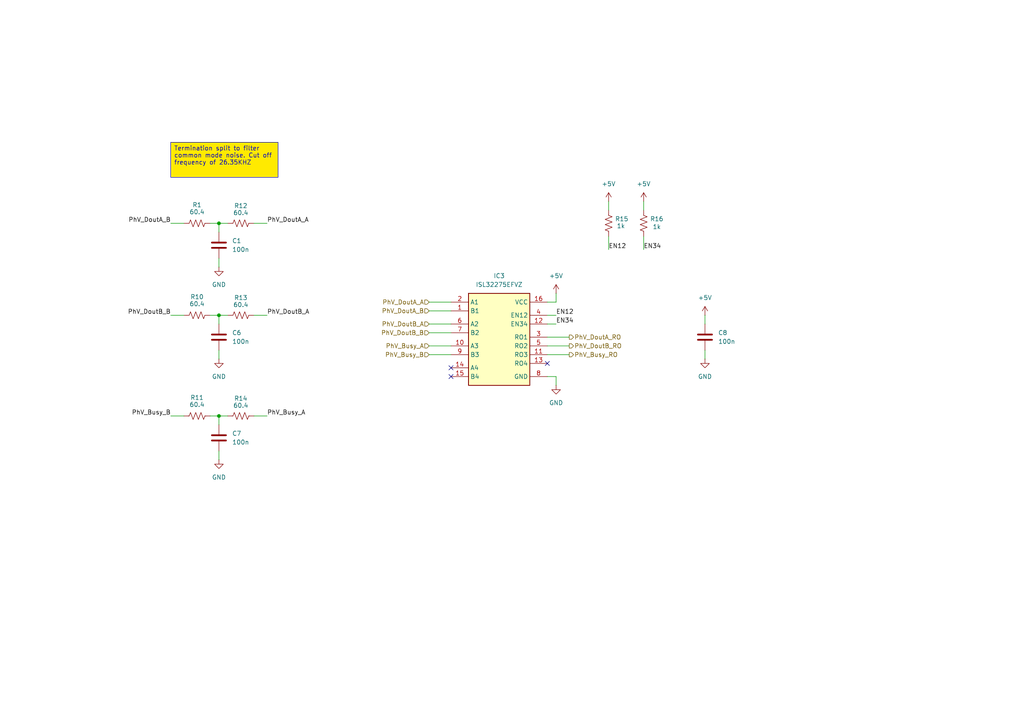
<source format=kicad_sch>
(kicad_sch (version 20250114) (generator "eeschema") (generator_version "9.0")
  (paper "A4")
  (title_block (title "Phase U RS-485 receiver interface ") (date "2025-11-22") (rev "Israel Sother") (company "FST Lisboa ") (comment 1 "Miguel Velo") (comment 2 "RS-485 receiver interface for FST Lisboa inverter FPGA"))
  (lib_symbols
    (symbol "Device:C" (pin_numbers (hide yes)) (pin_names (offset 0.254))
      (property "Reference" "C" (at 0.635 2.54 0))
      (property "Value" "C" (at 0.635 -2.54 0))
      (symbol "C_0_1"
        (polyline (pts (xy -2.032 0.762) (xy 2.032 0.762)) (stroke (width 0.508)))
        (polyline (pts (xy -2.032 -0.762) (xy 2.032 -0.762)) (stroke (width 0.508)))
      )
      (symbol "C_1_1"
        (pin passive line (at 0 3.81 270) (length 2.794) (name "~") (number "1"))
        (pin passive line (at 0 -3.81 90) (length 2.794) (name "~") (number "2"))
      )
    )
    (symbol "Device:R_US" (pin_numbers (hide yes)) (pin_names (offset 0))
      (property "Reference" "R" (at 2.54 0 90))
      (property "Value" "R_US" (at -2.54 0 90))
      (symbol "R_US_0_1"
        (polyline (pts (xy 0 2.286) (xy 0 2.54)))
        (polyline (pts (xy 0 2.286) (xy 1.016 1.905) (xy 0 1.524) (xy -1.016 1.143) (xy 0 0.762)))
        (polyline (pts (xy 0 0.762) (xy 1.016 0.381) (xy 0 0) (xy -1.016 -0.381) (xy 0 -0.762)))
        (polyline (pts (xy 0 -0.762) (xy 1.016 -1.143) (xy 0 -1.524) (xy -1.016 -1.905) (xy 0 -2.286)))
        (polyline (pts (xy 0 -2.286) (xy 0 -2.54)))
      )
      (symbol "R_US_1_1"
        (pin passive line (at 0 3.81 270) (length 1.27) (name "~") (number "1"))
        (pin passive line (at 0 -3.81 90) (length 1.27) (name "~") (number "2"))
      )
    )
    (symbol "Samacsys:ISL32275EFVZ"
      (property "Reference" "IC1" (at 13.97 11.43 0))
      (property "Value" "ISL32275EFVZ" (at 13.97 8.89 0))
      (symbol "ISL32275EFVZ_1_1"
        (rectangle (start 5.08 6.35) (end 22.86 -20.32) (stroke (width 0.254)) (fill (type background)))
        (pin passive line (at 0 3.81 0) (length 5.08) (name "A1") (number "2"))
        (pin passive line (at 0 1.27 0) (length 5.08) (name "B1") (number "1"))
        (pin passive line (at 0 -2.54 0) (length 5.08) (name "A2") (number "6"))
        (pin passive line (at 0 -5.08 0) (length 5.08) (name "B2") (number "7"))
        (pin passive line (at 0 -8.89 0) (length 5.08) (name "A3") (number "10"))
        (pin passive line (at 0 -11.43 0) (length 5.08) (name "B3") (number "9"))
        (pin passive line (at 0 -15.24 0) (length 5.08) (name "A4") (number "14"))
        (pin passive line (at 0 -17.78 0) (length 5.08) (name "B4") (number "15"))
        (pin passive line (at 27.94 3.81 180) (length 5.08) (name "VCC") (number "16"))
        (pin passive line (at 27.94 0 180) (length 5.08) (name "EN12") (number "4"))
        (pin passive line (at 27.94 -2.54 180) (length 5.08) (name "EN34") (number "12"))
        (pin passive line (at 27.94 -6.35 180) (length 5.08) (name "RO1") (number "3"))
        (pin passive line (at 27.94 -8.89 180) (length 5.08) (name "RO2") (number "5"))
        (pin passive line (at 27.94 -11.43 180) (length 5.08) (name "RO3") (number "11"))
        (pin passive line (at 27.94 -13.97 180) (length 5.08) (name "RO4") (number "13"))
        (pin passive line (at 27.94 -17.78 180) (length 5.08) (name "GND") (number "8"))
      )
    )
    (symbol "power:+5V" (power) (pin_numbers (hide yes)) (pin_names (offset 0) (hide yes))
      (property "Value" "+5V" (at 0 3.556 0))
      (symbol "+5V_0_1"
        (polyline (pts (xy -0.762 1.27) (xy 0 2.54)))
        (polyline (pts (xy 0 2.54) (xy 0.762 1.27)))
        (polyline (pts (xy 0 0) (xy 0 2.54)))
      )
      (symbol "+5V_1_1"
        (pin power_in line (at 0 0 90) (length 0) (name "~") (number "1"))
      )
    )
    (symbol "power:GND" (power) (pin_numbers (hide yes)) (pin_names (offset 0) (hide yes))
      (property "Value" "GND" (at 0 -3.81 0))
      (symbol "GND_0_1"
        (polyline (pts (xy 0 0) (xy 0 -1.27) (xy 1.27 -1.27) (xy 0 -2.54) (xy -1.27 -1.27) (xy 0 -1.27)))
      )
      (symbol "GND_1_1"
        (pin power_in line (at 0 0 270) (length 0) (name "~") (number "1"))
      )
    )
  )
  (text_box "Termination split to filter common mode noise. Cut off frequency of 26.35KHZ" (at 49.53 41.275 0) (size 31.115 10.16) (margins 0.9525 0.9525 0.9525 0.9525) (fill (type color) (color 255 234 0 1)) (effects (font (size 1.27 1.27)) (justify left top)))
  (junction (at 63.5 91.44))
  (junction (at 63.5 120.65))
  (junction (at 63.5 64.77))
  (no_connect (at 130.81 109.22))
  (no_connect (at 158.75 105.41))
  (no_connect (at 130.81 106.68))
  (wire (pts (xy 124.46 90.17) (xy 130.81 90.17)))
  (wire (pts (xy 63.5 91.44) (xy 66.04 91.44)))
  (wire (pts (xy 204.47 101.6) (xy 204.47 104.14)))
  (wire (pts (xy 63.5 120.65) (xy 63.5 123.19)))
  (wire (pts (xy 161.29 85.09) (xy 161.29 87.63)))
  (wire (pts (xy 63.5 64.77) (xy 63.5 67.31)))
  (wire (pts (xy 63.5 130.81) (xy 63.5 133.35)))
  (wire (pts (xy 49.53 64.77) (xy 53.34 64.77)))
  (wire (pts (xy 161.29 109.22) (xy 161.29 111.76)))
  (wire (pts (xy 73.66 91.44) (xy 77.47 91.44)))
  (wire (pts (xy 158.75 93.98) (xy 161.29 93.98)))
  (wire (pts (xy 158.75 102.87) (xy 165.1 102.87)))
  (wire (pts (xy 73.66 120.65) (xy 77.47 120.65)))
  (wire (pts (xy 124.46 87.63) (xy 130.81 87.63)))
  (wire (pts (xy 60.96 120.65) (xy 63.5 120.65)))
  (wire (pts (xy 161.29 87.63) (xy 158.75 87.63)))
  (wire (pts (xy 124.46 93.98) (xy 130.81 93.98)))
  (wire (pts (xy 176.53 58.42) (xy 176.53 60.96)))
  (wire (pts (xy 124.46 96.52) (xy 130.81 96.52)))
  (wire (pts (xy 63.5 91.44) (xy 63.5 93.98)))
  (wire (pts (xy 176.53 68.58) (xy 176.53 72.39)))
  (wire (pts (xy 49.53 120.65) (xy 53.34 120.65)))
  (wire (pts (xy 158.75 97.79) (xy 165.1 97.79)))
  (wire (pts (xy 158.75 91.44) (xy 161.29 91.44)))
  (wire (pts (xy 63.5 120.65) (xy 66.04 120.65)))
  (wire (pts (xy 186.69 68.58) (xy 186.69 72.39)))
  (wire (pts (xy 73.66 64.77) (xy 77.47 64.77)))
  (wire (pts (xy 63.5 64.77) (xy 66.04 64.77)))
  (wire (pts (xy 63.5 101.6) (xy 63.5 104.14)))
  (wire (pts (xy 63.5 74.93) (xy 63.5 77.47)))
  (wire (pts (xy 49.53 91.44) (xy 53.34 91.44)))
  (wire (pts (xy 161.29 109.22) (xy 158.75 109.22)))
  (wire (pts (xy 124.46 100.33) (xy 130.81 100.33)))
  (wire (pts (xy 158.75 100.33) (xy 165.1 100.33)))
  (wire (pts (xy 60.96 91.44) (xy 63.5 91.44)))
  (wire (pts (xy 204.47 91.44) (xy 204.47 93.98)))
  (wire (pts (xy 60.96 64.77) (xy 63.5 64.77)))
  (wire (pts (xy 186.69 58.42) (xy 186.69 60.96)))
  (wire (pts (xy 124.46 102.87) (xy 130.81 102.87)))
  (label "PhV_DoutB_A" (at 77.47 91.44 0))
  (label "EN34" (at 161.29 93.98 0))
  (label "EN12" (at 161.29 91.44 0))
  (label "EN34" (at 186.69 72.39 0))
  (label "EN12" (at 176.53 72.39 0))
  (label "PhV_Busy_A" (at 77.47 120.65 0))
  (label "PhV_DoutB_B" (at 49.53 91.44 180))
  (label "PhV_DoutA_B" (at 49.53 64.77 180))
  (label "PhV_DoutA_A" (at 77.47 64.77 0))
  (label "PhV_Busy_B" (at 49.53 120.65 180))
  (hierarchical_label "PhV_DoutA_RO" (shape output) (at 165.1 97.79 0))
  (hierarchical_label "PhV_Busy_RO" (shape output) (at 165.1 102.87 0))
  (hierarchical_label "PhV_DoutB_RO" (shape output) (at 165.1 100.33 0))
  (hierarchical_label "PhV_DoutA_A" (shape input) (at 124.46 87.63 180))
  (hierarchical_label "PhV_Busy_B" (shape input) (at 124.46 102.87 180))
  (hierarchical_label "PhV_DoutA_B" (shape input) (at 124.46 90.17 180))
  (hierarchical_label "PhV_DoutB_B" (shape input) (at 124.46 96.52 180))
  (hierarchical_label "PhV_DoutB_A" (shape input) (at 124.46 93.98 180))
  (hierarchical_label "PhV_Busy_A" (shape input) (at 124.46 100.33 180))
  (symbol (lib_id "Device:R_US") (at 186.69 64.77 180) (unit 1)
    (property "Reference" "R9" (at 190.5 63.5 0))
    (property "Value" "1k" (at 190.5 65.786 0))
    (property "Footprint" "Resistor_SMD:R_0603_1608Metric" (effects (hide yes)))
    (property "Description" "Resistor, US symbol" (effects (hide yes)))
    (instances (project "FST-breakout" (path "" (reference "R16") (unit 1)) (path "" (reference "R9") (unit 1))))
  )
  (symbol (lib_id "Device:R_US") (at 69.85 120.65 90) (unit 1)
    (property "Reference" "R7" (at 69.85 115.57 90))
    (property "Value" "60.4" (at 69.85 117.602 90))
    (property "Footprint" "Resistor_SMD:R_0603_1608Metric" (effects (hide yes)))
    (property "Description" "Resistor, US symbol" (effects (hide yes)))
    (instances (project "FST-breakout" (path "" (reference "R14") (unit 1)) (path "" (reference "R7") (unit 1))))
  )
  (symbol (lib_id "Device:R_US") (at 57.15 91.44 90) (unit 1)
    (property "Reference" "R3" (at 57.15 86.106 90))
    (property "Value" "60.4" (at 57.15 88.138 90))
    (property "Footprint" "Resistor_SMD:R_0603_1608Metric" (effects (hide yes)))
    (property "Description" "Resistor, US symbol" (effects (hide yes)))
    (instances (project "FST-breakout" (path "" (reference "R10") (unit 1)) (path "" (reference "R3") (unit 1))))
  )
  (symbol (lib_id "Device:R_US") (at 57.15 64.77 90) (unit 1)
    (property "Reference" "R2" (at 57.15 59.436 90))
    (property "Value" "60.4" (at 57.15 61.468 90))
    (property "Footprint" "Resistor_SMD:R_0603_1608Metric" (effects (hide yes)))
    (property "Description" "Resistor, US symbol" (effects (hide yes)))
    (instances (project "FST-breakout" (path "" (reference "R1") (unit 1)) (path "" (reference "R2") (unit 1))))
  )
  (symbol (lib_id "Device:C") (at 63.5 97.79 0) (unit 1)
    (property "Reference" "C3" (at 67.31 96.5199 0) (effects (justify left)))
    (property "Value" "100n" (at 67.31 99.0599 0) (effects (justify left)))
    (property "Footprint" "Capacitor_SMD:C_0603_1608Metric" (effects (hide yes)))
    (property "Description" "Unpolarized capacitor" (effects (hide yes)))
    (instances (project "FST-breakout" (path "" (reference "C6") (unit 1)) (path "" (reference "C3") (unit 1))))
  )
  (symbol (lib_id "power:+5V") (at 161.29 85.09 0) (unit 1)
    (property "Reference" "#PWR013" (effects (hide yes)))
    (property "Value" "+5V" (at 161.29 80.01 0))
    (property "Description" "Power symbol creates a global label with name \"+5V\"" (effects (hide yes)))
    (instances (project "FST-breakout" (path "" (reference "#PWR022") (unit 1)) (path "" (reference "#PWR013") (unit 1))))
  )
  (symbol (lib_id "Device:R_US") (at 57.15 120.65 90) (unit 1)
    (property "Reference" "R4" (at 57.15 115.316 90))
    (property "Value" "60.4" (at 57.15 117.348 90))
    (property "Footprint" "Resistor_SMD:R_0603_1608Metric" (effects (hide yes)))
    (property "Description" "Resistor, US symbol" (effects (hide yes)))
    (instances (project "FST-breakout" (path "" (reference "R11") (unit 1)) (path "" (reference "R4") (unit 1))))
  )
  (symbol (lib_id "power:+5V") (at 204.47 91.44 0) (unit 1)
    (property "Reference" "#PWR017" (effects (hide yes)))
    (property "Value" "+5V" (at 204.47 86.36 0))
    (property "Description" "Power symbol creates a global label with name \"+5V\"" (effects (hide yes)))
    (instances (project "FST-breakout" (path "" (reference "#PWR026") (unit 1)) (path "" (reference "#PWR017") (unit 1))))
  )
  (symbol (lib_id "power:GND") (at 161.29 111.76 0) (unit 1)
    (property "Reference" "#PWR014" (effects (hide yes)))
    (property "Value" "GND" (at 161.29 116.84 0))
    (property "Description" "Power symbol creates a global label with name \"GND\" , ground" (effects (hide yes)))
    (instances (project "FST-breakout" (path "" (reference "#PWR023") (unit 1)) (path "" (reference "#PWR014") (unit 1))))
  )
  (symbol (lib_id "Device:R_US") (at 69.85 91.44 90) (unit 1)
    (property "Reference" "R6" (at 69.85 86.36 90))
    (property "Value" "60.4" (at 69.85 88.392 90))
    (property "Footprint" "Resistor_SMD:R_0603_1608Metric" (effects (hide yes)))
    (property "Description" "Resistor, US symbol" (effects (hide yes)))
    (instances (project "FST-breakout" (path "" (reference "R13") (unit 1)) (path "" (reference "R6") (unit 1))))
  )
  (symbol (lib_id "power:GND") (at 63.5 104.14 0) (unit 1)
    (property "Reference" "#PWR011" (effects (hide yes)))
    (property "Value" "GND" (at 63.5 109.22 0))
    (property "Description" "Power symbol creates a global label with name \"GND\" , ground" (effects (hide yes)))
    (instances (project "FST-breakout" (path "" (reference "#PWR020") (unit 1)) (path "" (reference "#PWR011") (unit 1))))
  )
  (symbol (lib_id "Device:R_US") (at 176.53 64.77 180) (unit 1)
    (property "Reference" "R8" (at 180.34 63.5 0))
    (property "Value" "1k" (at 180.086 65.532 0))
    (property "Footprint" "Resistor_SMD:R_0603_1608Metric" (effects (hide yes)))
    (property "Description" "Resistor, US symbol" (effects (hide yes)))
    (instances (project "FST-breakout" (path "" (reference "R15") (unit 1)) (path "" (reference "R8") (unit 1))))
  )
  (symbol (lib_id "power:GND") (at 63.5 77.47 0) (unit 1)
    (property "Reference" "#PWR010" (effects (hide yes)))
    (property "Value" "GND" (at 63.5 82.55 0))
    (property "Description" "Power symbol creates a global label with name \"GND\" , ground" (effects (hide yes)))
    (instances (project "FST-breakout" (path "" (reference "#PWR019") (unit 1)) (path "" (reference "#PWR010") (unit 1))))
  )
  (symbol (lib_id "Device:C") (at 63.5 71.12 0) (unit 1)
    (property "Reference" "C2" (at 67.31 69.8499 0) (effects (justify left)))
    (property "Value" "100n" (at 67.31 72.3899 0) (effects (justify left)))
    (property "Footprint" "Capacitor_SMD:C_0603_1608Metric" (effects (hide yes)))
    (property "Description" "Unpolarized capacitor" (effects (hide yes)))
    (instances (project "FST-breakout" (path "" (reference "C1") (unit 1)) (path "" (reference "C2") (unit 1))))
  )
  (symbol (lib_id "power:GND") (at 63.5 133.35 0) (unit 1)
    (property "Reference" "#PWR012" (effects (hide yes)))
    (property "Value" "GND" (at 63.5 138.43 0))
    (property "Description" "Power symbol creates a global label with name \"GND\" , ground" (effects (hide yes)))
    (instances (project "FST-breakout" (path "" (reference "#PWR021") (unit 1)) (path "" (reference "#PWR012") (unit 1))))
  )
  (symbol (lib_id "power:+5V") (at 176.53 58.42 0) (unit 1)
    (property "Reference" "#PWR015" (effects (hide yes)))
    (property "Value" "+5V" (at 176.53 53.34 0))
    (property "Description" "Power symbol creates a global label with name \"+5V\"" (effects (hide yes)))
    (instances (project "FST-breakout" (path "" (reference "#PWR024") (unit 1)) (path "" (reference "#PWR015") (unit 1))))
  )
  (symbol (lib_id "power:GND") (at 204.47 104.14 0) (unit 1)
    (property "Reference" "#PWR018" (effects (hide yes)))
    (property "Value" "GND" (at 204.47 109.22 0))
    (property "Description" "Power symbol creates a global label with name \"GND\" , ground" (effects (hide yes)))
    (instances (project "FST-breakout" (path "" (reference "#PWR027") (unit 1)) (path "" (reference "#PWR018") (unit 1))))
  )
  (symbol (lib_id "Device:R_US") (at 69.85 64.77 90) (unit 1)
    (property "Reference" "R5" (at 69.85 59.69 90))
    (property "Value" "60.4" (at 69.85 61.722 90))
    (property "Footprint" "Resistor_SMD:R_0603_1608Metric" (effects (hide yes)))
    (property "Description" "Resistor, US symbol" (effects (hide yes)))
    (instances (project "FST-breakout" (path "" (reference "R12") (unit 1)) (path "" (reference "R5") (unit 1))))
  )
  (symbol (lib_id "Device:C") (at 63.5 127 0) (unit 1)
    (property "Reference" "C4" (at 67.31 125.7299 0) (effects (justify left)))
    (property "Value" "100n" (at 67.31 128.2699 0) (effects (justify left)))
    (property "Footprint" "Capacitor_SMD:C_0603_1608Metric" (effects (hide yes)))
    (property "Description" "Unpolarized capacitor" (effects (hide yes)))
    (instances (project "FST-breakout" (path "" (reference "C7") (unit 1)) (path "" (reference "C4") (unit 1))))
  )
  (symbol (lib_id "Device:C") (at 204.47 97.79 0) (unit 1)
    (property "Reference" "C5" (at 208.28 96.5199 0) (effects (justify left)))
    (property "Value" "100n" (at 208.28 99.0599 0) (effects (justify left)))
    (property "Footprint" "Capacitor_SMD:C_0603_1608Metric" (effects (hide yes)))
    (property "Description" "Unpolarized capacitor" (effects (hide yes)))
    (instances (project "FST-breakout" (path "" (reference "C8") (unit 1)) (path "" (reference "C5") (unit 1))))
  )
  (symbol (lib_id "Samacsys:ISL32275EFVZ") (at 130.81 91.44 0) (unit 1)
    (property "Reference" "IC2" (at 144.78 80.01 0))
    (property "Value" "ISL32275EFVZ" (at 144.78 82.55 0))
    (property "Footprint" "Samacsys:SOP65P640X120-16N" (effects (hide yes)))
    (property "Datasheet" "https://www.renesas.com/en-us/www/doc/datasheet/isl32173e-177e-273e-275e-277e.pdf" (effects (hide yes)))
    (property "Description" "These Renesas devices are +/-16. 5kV IEC61000-4-2 ESD protected, 3. 0V to 5. 5V powered, quad receivers for balanced communication using the RS-485 and RS-422 standards. Each receiver has low input currents (+/-200uA), so it presents a 1/4 unit load to the RS-485 bus and allows up to 128 receivers on the bus. The ISL32173E and ISL32177E are high data rate receivers that operate at data rates up to 80Mbps. Their 8ns maximum propagation delay skew (tolerance) ensures excellent part-to-part matching. The ISL32273E" (effects (hide yes)))
    (property "Height" "1.2" (effects (hide yes)))
    (property "Mouser Part Number" "968-ISL32275EFVZ" (effects (hide yes)))
    (property "Mouser Price/Stock" "https://www.mouser.co.uk/ProductDetail/Renesas-Intersil/ISL32275EFVZ?qs=9fLuogzTs8KcTuMU1oXkEg%3D%3D" (effects (hide yes)))
    (property "Manufacturer_Name" "Renesas Electronics" (effects (hide yes)))
    (property "Manufacturer_Part_Number" "ISL32275EFVZ" (effects (hide yes)))
    (instances (project "FST-breakout" (path "" (reference "IC3") (unit 1)) (path "" (reference "IC2") (unit 1))))
  )
  (symbol (lib_id "power:+5V") (at 186.69 58.42 0) (unit 1)
    (property "Reference" "#PWR016" (effects (hide yes)))
    (property "Value" "+5V" (at 186.69 53.34 0))
    (property "Description" "Power symbol creates a global label with name \"+5V\"" (effects (hide yes)))
    (instances (project "FST-breakout" (path "" (reference "#PWR025") (unit 1)) (path "" (reference "#PWR016") (unit 1))))
  )
)
</source>
